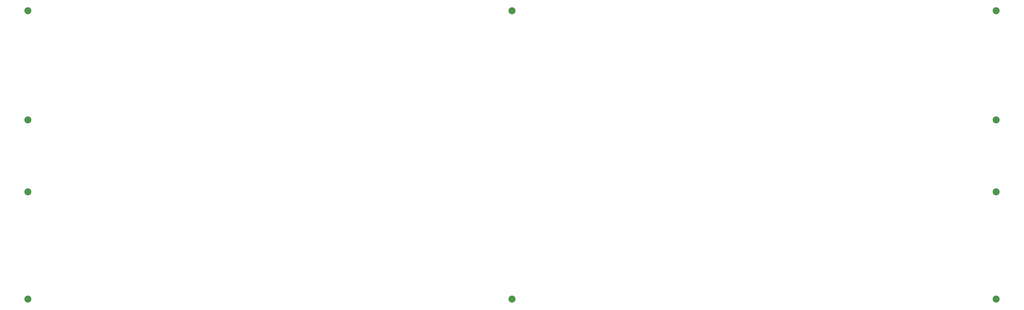
<source format=gbs>
G04 Layer: BottomSolderMaskLayer*
G04 EasyEDA v6.5.34, 2023-08-21 18:11:39*
G04 cedbefc2bb4b41dc9234c798fc5412df,5a6b42c53f6a479593ecc07194224c93,10*
G04 Gerber Generator version 0.2*
G04 Scale: 100 percent, Rotated: No, Reflected: No *
G04 Dimensions in millimeters *
G04 leading zeros omitted , absolute positions ,4 integer and 5 decimal *
%FSLAX45Y45*%
%MOMM*%

%ADD10C,3.1016*%

%LPD*%
D10*
G01*
X2794000Y279400D03*
G01*
X2794000Y13004774D03*
G01*
X45466000Y279400D03*
G01*
X45466000Y13004774D03*
G01*
X24129949Y13004774D03*
G01*
X24129949Y279400D03*
G01*
X45465898Y8191500D03*
G01*
X45465898Y5016500D03*
G01*
X2793898Y5016500D03*
G01*
X2793898Y8191500D03*
M02*

</source>
